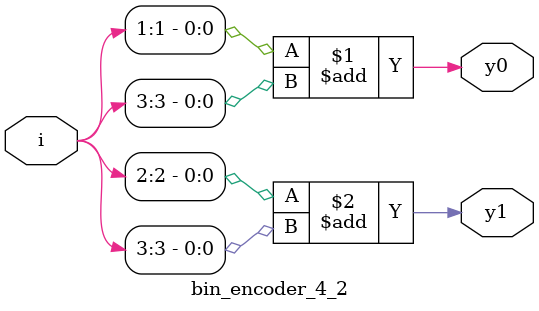
<source format=v>
module bin_encoder_4_2(input [3:0]i,output y0,y1);

//Data flow abstraction

assign y0 = i[1]+i[3];
assign y1 = i[2]+i[3];

endmodule

</source>
